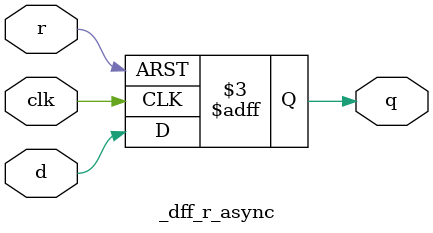
<source format=v>
module _dff_r_async(clk, r, d, q); //Asynchronous set/resettable d ff
	input clk, r, d; //active low
	output q;
	reg q;
	
	always@(posedge clk or negedge r)
	begin
		if(r == 0)	q <= 1'b0;
		else					q <= d;
	end
endmodule


</source>
